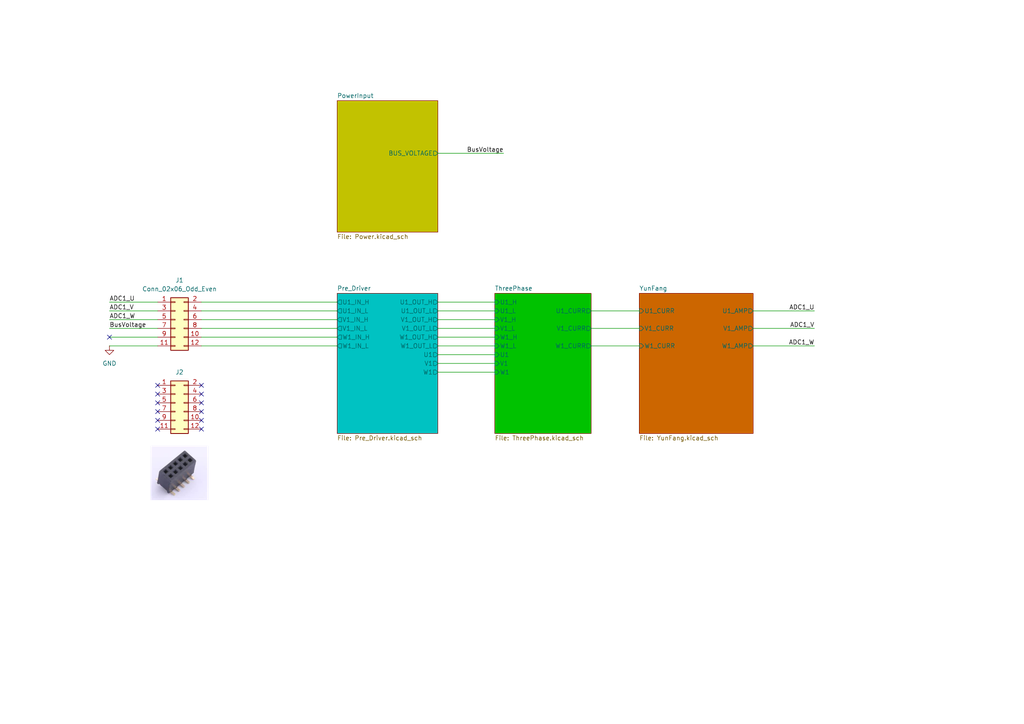
<source format=kicad_sch>
(kicad_sch (version 20250114) (generator "eeschema") (generator_version "9.0")
  (paper "A4")
  (lib_symbols
    (symbol "Connector_Generic:Conn_02x06_Odd_Even" (pin_names (offset 1.016) (hide yes))
      (property "Reference" "J" (at 1.27 7.62 0))
      (property "Value" "Conn_02x06_Odd_Even" (at 1.27 -10.16 0))
      (symbol "Conn_02x06_Odd_Even_1_1"
        (rectangle (start -1.27 6.35) (end 3.81 -8.89) (stroke (width 0.254)) (fill (type background)))
        (rectangle (start -1.27 5.207) (end 0 4.953) (stroke (width 0.1524)))
        (rectangle (start -1.27 2.667) (end 0 2.413) (stroke (width 0.1524)))
        (rectangle (start -1.27 0.127) (end 0 -0.127) (stroke (width 0.1524)))
        (rectangle (start -1.27 -2.413) (end 0 -2.667) (stroke (width 0.1524)))
        (rectangle (start -1.27 -4.953) (end 0 -5.207) (stroke (width 0.1524)))
        (rectangle (start -1.27 -7.493) (end 0 -7.747) (stroke (width 0.1524)))
        (rectangle (start 3.81 5.207) (end 2.54 4.953) (stroke (width 0.1524)))
        (rectangle (start 3.81 2.667) (end 2.54 2.413) (stroke (width 0.1524)))
        (rectangle (start 3.81 0.127) (end 2.54 -0.127) (stroke (width 0.1524)))
        (rectangle (start 3.81 -2.413) (end 2.54 -2.667) (stroke (width 0.1524)))
        (rectangle (start 3.81 -4.953) (end 2.54 -5.207) (stroke (width 0.1524)))
        (rectangle (start 3.81 -7.493) (end 2.54 -7.747) (stroke (width 0.1524)))
        (pin passive line (at -5.08 5.08 0) (length 3.81) (name "Pin_1") (number "1"))
        (pin passive line (at -5.08 2.54 0) (length 3.81) (name "Pin_3") (number "3"))
        (pin passive line (at -5.08 0 0) (length 3.81) (name "Pin_5") (number "5"))
        (pin passive line (at -5.08 -2.54 0) (length 3.81) (name "Pin_7") (number "7"))
        (pin passive line (at -5.08 -5.08 0) (length 3.81) (name "Pin_9") (number "9"))
        (pin passive line (at -5.08 -7.62 0) (length 3.81) (name "Pin_11") (number "11"))
        (pin passive line (at 7.62 5.08 180) (length 3.81) (name "Pin_2") (number "2"))
        (pin passive line (at 7.62 2.54 180) (length 3.81) (name "Pin_4") (number "4"))
        (pin passive line (at 7.62 0 180) (length 3.81) (name "Pin_6") (number "6"))
        (pin passive line (at 7.62 -2.54 180) (length 3.81) (name "Pin_8") (number "8"))
        (pin passive line (at 7.62 -5.08 180) (length 3.81) (name "Pin_10") (number "10"))
        (pin passive line (at 7.62 -7.62 180) (length 3.81) (name "Pin_12") (number "12"))
      )
    )
    (symbol "power:GND" (power) (pin_numbers (hide yes)) (pin_names (offset 0) (hide yes))
      (property "Value" "GND" (at 0 -3.81 0))
      (symbol "GND_0_1"
        (polyline (pts (xy 0 0) (xy 0 -1.27) (xy 1.27 -1.27) (xy 0 -2.54) (xy -1.27 -1.27) (xy 0 -1.27)))
      )
      (symbol "GND_1_1"
        (pin power_in line (at 0 0 270) (length 0) (name "~") (number "1"))
      )
    )
  )
  (no_connect (at 45.72 116.84))
  (no_connect (at 58.42 124.46))
  (no_connect (at 45.72 124.46))
  (no_connect (at 45.72 119.38))
  (no_connect (at 31.75 97.79))
  (no_connect (at 58.42 111.76))
  (no_connect (at 45.72 111.76))
  (no_connect (at 58.42 116.84))
  (no_connect (at 58.42 121.92))
  (no_connect (at 45.72 121.92))
  (no_connect (at 58.42 114.3))
  (no_connect (at 58.42 119.38))
  (no_connect (at 45.72 114.3))
  (wire (pts (xy 58.42 87.63) (xy 97.79 87.63)))
  (wire (pts (xy 31.75 100.33) (xy 45.72 100.33)))
  (wire (pts (xy 31.75 90.17) (xy 45.72 90.17)))
  (wire (pts (xy 127 87.63) (xy 143.51 87.63)))
  (wire (pts (xy 127 107.95) (xy 143.51 107.95)))
  (wire (pts (xy 127 100.33) (xy 143.51 100.33)))
  (wire (pts (xy 127 90.17) (xy 143.51 90.17)))
  (wire (pts (xy 58.42 92.71) (xy 97.79 92.71)))
  (wire (pts (xy 58.42 90.17) (xy 97.79 90.17)))
  (wire (pts (xy 58.42 100.33) (xy 97.79 100.33)))
  (wire (pts (xy 127 102.87) (xy 143.51 102.87)))
  (wire (pts (xy 218.44 90.17) (xy 236.22 90.17)))
  (wire (pts (xy 218.44 100.33) (xy 236.22 100.33)))
  (wire (pts (xy 171.45 100.33) (xy 185.42 100.33)))
  (wire (pts (xy 31.75 87.63) (xy 45.72 87.63)))
  (wire (pts (xy 31.75 97.79) (xy 45.72 97.79)))
  (wire (pts (xy 171.45 95.25) (xy 185.42 95.25)))
  (wire (pts (xy 218.44 95.25) (xy 236.22 95.25)))
  (wire (pts (xy 127 92.71) (xy 143.51 92.71)))
  (wire (pts (xy 58.42 95.25) (xy 97.79 95.25)))
  (wire (pts (xy 31.75 92.71) (xy 45.72 92.71)))
  (wire (pts (xy 127 97.79) (xy 143.51 97.79)))
  (wire (pts (xy 171.45 90.17) (xy 185.42 90.17)))
  (wire (pts (xy 58.42 97.79) (xy 97.79 97.79)))
  (wire (pts (xy 127 44.45) (xy 146.05 44.45)))
  (wire (pts (xy 127 105.41) (xy 143.51 105.41)))
  (wire (pts (xy 127 95.25) (xy 143.51 95.25)))
  (wire (pts (xy 31.75 95.25) (xy 45.72 95.25)))
  (image (at 52.07 137.16) (scale 0.292053))
  (label "ADC1_V" (at 31.75 90.17 0))
  (label "BusVoltage" (at 31.75 95.25 0))
  (label "ADC1_W" (at 236.22 100.33 180))
  (label "ADC1_U" (at 31.75 87.63 0))
  (label "ADC1_V" (at 236.22 95.25 180))
  (label "ADC1_W" (at 31.75 92.71 0))
  (label "BusVoltage" (at 146.05 44.45 180))
  (label "ADC1_U" (at 236.22 90.17 180))
  (symbol (lib_id "Connector_Generic:Conn_02x06_Odd_Even") (at 50.8 116.84 0) (unit 1)
    (property "Reference" "J2" (at 52.07 107.95 0))
    (property "Value" "Conn_02x06_Odd_Even" (effects (hide yes)))
    (property "Description" "Generic connector, double row, 02x06, odd/even pin numbering scheme (row 1 odd numbers, row 2 even numbers), script generated (kicad-library-utils/schlib/autogen/connector/)" (effects (hide yes)))
  )
  (symbol (lib_id "Connector_Generic:Conn_02x06_Odd_Even") (at 50.8 92.71 0) (unit 1)
    (property "Reference" "J1" (at 52.07 81.28 0))
    (property "Value" "Conn_02x06_Odd_Even" (at 52.07 83.82 0))
    (property "Description" "Generic connector, double row, 02x06, odd/even pin numbering scheme (row 1 odd numbers, row 2 even numbers), script generated (kicad-library-utils/schlib/autogen/connector/)" (effects (hide yes)))
  )
  (symbol (lib_id "power:GND") (at 31.75 100.33 0) (unit 1)
    (property "Reference" "#PWR06" (effects (hide yes)))
    (property "Value" "GND" (at 31.75 105.41 0))
    (property "Description" "Power symbol creates a global label with name \"GND\" , ground" (effects (hide yes)))
  )
  (sheet (at 143.51 85.09) (size 27.94 40.64) (stroke (width 0.1524)) (fill (color 0 194 0 1.0000))
    (property "Sheetname" "ThreePhase" (at 143.51 84.3784 0) (effects (justify left bottom)))
    (property "Sheetfile" "ThreePhase.kicad_sch" (at 143.51 126.3146 0) (effects (justify left top)))
    (pin "W1" input (at 143.51 107.95 180))
    (pin "U1" input (at 143.51 102.87 180))
    (pin "V1" input (at 143.51 105.41 180))
    (pin "U1_H" input (at 143.51 87.63 180))
    (pin "V1_L" input (at 143.51 95.25 180))
    (pin "W1_H" input (at 143.51 97.79 180))
    (pin "V1_H" input (at 143.51 92.71 180))
    (pin "U1_L" input (at 143.51 90.17 180))
    (pin "W1_L" input (at 143.51 100.33 180))
    (pin "V1_CURR" output (at 171.45 95.25 0))
    (pin "W1_CURR" output (at 171.45 100.33 0))
    (pin "U1_CURR" output (at 171.45 90.17 0))
  )
  (sheet (at 185.42 85.09) (size 33.02 40.64) (stroke (width 0.1524)) (fill (color 204 102 0 1.0000))
    (property "Sheetname" "YunFang" (at 185.42 84.3784 0) (effects (justify left bottom)))
    (property "Sheetfile" "YunFang.kicad_sch" (at 185.42 126.3146 0) (effects (justify left top)))
    (pin "U1_CURR" input (at 185.42 90.17 180))
    (pin "V1_CURR" input (at 185.42 95.25 180))
    (pin "W1_CURR" input (at 185.42 100.33 180))
    (pin "U1_AMP" output (at 218.44 90.17 0))
    (pin "V1_AMP" output (at 218.44 95.25 0))
    (pin "W1_AMP" output (at 218.44 100.33 0))
  )
  (sheet (at 97.79 85.09) (size 29.21 40.64) (stroke (width 0.1524)) (fill (color 0 194 194 1.0000))
    (property "Sheetname" "Pre_Driver" (at 97.79 84.3784 0) (effects (justify left bottom)))
    (property "Sheetfile" "Pre_Driver.kicad_sch" (at 97.79 126.3146 0) (effects (justify left top)))
    (pin "W1" output (at 127 107.95 0))
    (pin "V1" output (at 127 105.41 0))
    (pin "U1" output (at 127 102.87 0))
    (pin "U1_OUT_H" output (at 127 87.63 0))
    (pin "V1_OUT_L" output (at 127 95.25 0))
    (pin "U1_OUT_L" output (at 127 90.17 0))
    (pin "W1_OUT_H" output (at 127 97.79 0))
    (pin "V1_OUT_H" output (at 127 92.71 0))
    (pin "V1_IN_L" output (at 97.79 95.25 180))
    (pin "W1_IN_L" output (at 97.79 100.33 180))
    (pin "U1_IN_L" output (at 97.79 90.17 180))
    (pin "V1_IN_H" output (at 97.79 92.71 180))
    (pin "U1_IN_H" output (at 97.79 87.63 180))
    (pin "W1_OUT_L" output (at 127 100.33 0))
    (pin "W1_IN_H" output (at 97.79 97.79 180))
  )
  (sheet (at 97.79 29.21) (size 29.21 38.1) (stroke (width 0.1524)) (fill (color 194 194 0 1.0000))
    (property "Sheetname" "PowerInput" (at 97.79 28.4984 0) (effects (justify left bottom)))
    (property "Sheetfile" "Power.kicad_sch" (at 97.79 67.8946 0) (effects (justify left top)))
    (pin "BUS_VOLTAGE" output (at 127 44.45 0))
  )
)
</source>
